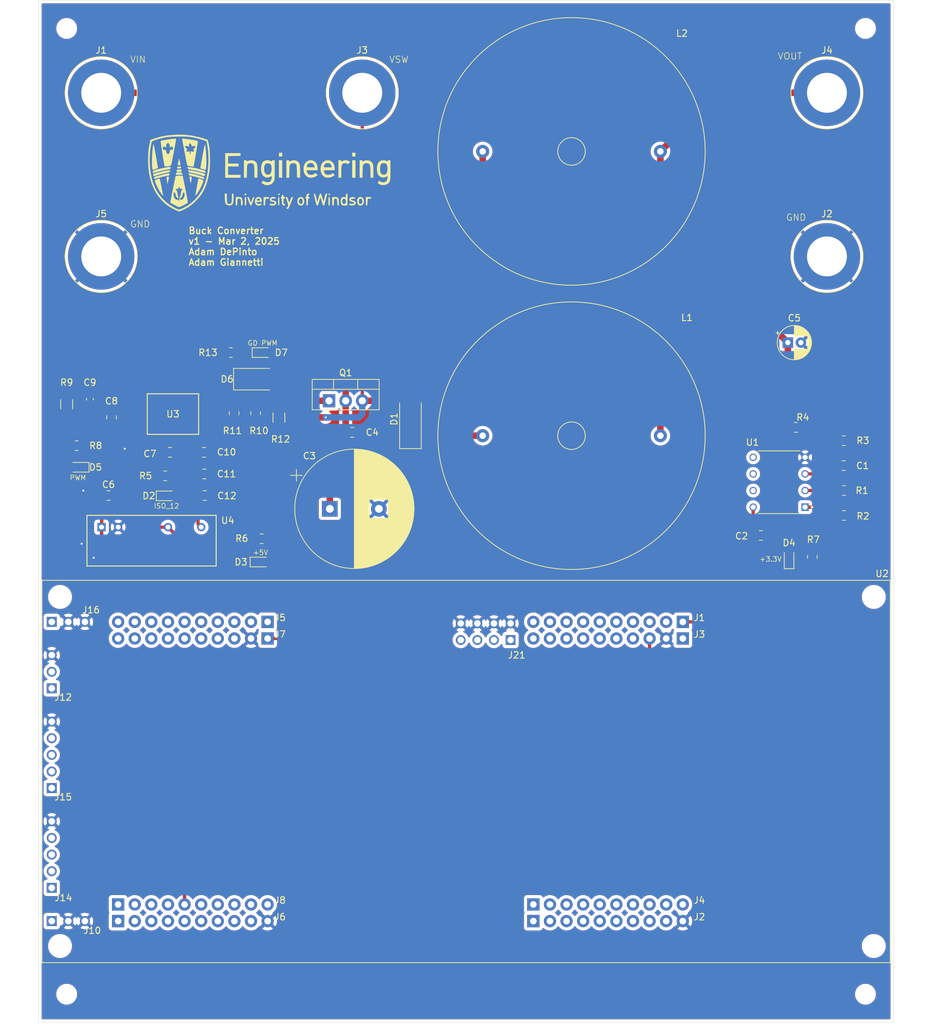
<source format=kicad_pcb>
(kicad_pcb (version 20240108) (generator "pcbnew") (generator_version "8.0")
  (title_block (title "Buck Converter") (date "2025-02-24") (rev "v0") (company "Adam DePinto & Adam Giannetti"))
  (layers (0 "F.Cu" signal) (31 "B.Cu" signal) (34 "B.Paste" user) (35 "F.Paste" user) (36 "B.SilkS" user "B.Silkscreen") (37 "F.SilkS" user "F.Silkscreen") (38 "B.Mask" user) (39 "F.Mask" user) (44 "Edge.Cuts" user))
  (net 0 "")
  (net 4 "GND")
  (net 5 "Net-(U1A-+)")
  (net 6 "+3.3V")
  (net 7 "Net-(U1A--)")
  (net 8 "/VFILT")
  (net 9 "/VOUT")
  (net 21 "/PowerStage/VIN")
  (net 26 "+5V")
  (net 27 "/GD/ISO_12")
  (net 28 "/GD/PWM_FILT")
  (net 30 "/VSW")
  (net 36 "Net-(D2-K)")
  (net 41 "Net-(D3-K)")
  (net 48 "Net-(D4-K)")
  (net 51 "Net-(D5-K)")
  (net 55 "/PWM")
  (net 58 "/VG")
  (net 61 "Net-(D6-K)")
  (net 77 "Net-(D7-K)")
  (net 86 "/GD/GD_PWM")
  (net 112 "Net-(L1-Pad2)")
  (footprint "LED_SMD:LED_0603_1608Metric_Pad1.05x0.95mm_HandSolder" (layer "F.Cu") (at 54.864 118.11)
    (property "Reference" "D3")
    (property "Value" "LTST-C190GKT")
  )
  (footprint "UWINDSOR_LOGO:UWINDSOR_LOGO" (layer "F.Cu") (at 57.160025 59.517014)
    (property "Reference" "G***" (hide yes))
    (property "Value" "LOGO" (hide yes))
  )
  (footprint "Capacitor_SMD:C_0805_2012Metric_Pad1.18x1.45mm_HandSolder" (layer "F.Cu") (at 46.19 104.648)
    (property "Reference" "C11")
    (property "Value" "220n")
  )
  (footprint "Diode_SMD:D_SMA" (layer "F.Cu") (at 54.1852 90.17)
    (property "Reference" "D6")
    (property "Value" "US2AA")
  )
  (footprint "Capacitor_SMD:C_0805_2012Metric_Pad1.18x1.45mm_HandSolder" (layer "F.Cu") (at 32.004 96.012 90)
    (property "Reference" "C8")
    (property "Value" "1u")
  )
  (footprint "Resistor_SMD:R_0805_2012Metric_Pad1.20x1.40mm_HandSolder" (layer "F.Cu") (at 40.22 104.942)
    (property "Reference" "R5")
    (property "Value" "1k")
  )
  (footprint "Connector:Banana_Jack_1Pin" (layer "F.Cu") (at 70.358 46.412)
    (property "Reference" "J3")
    (property "Value" "Conn_01x01_Pin")
  )
  (footprint "Resistor_SMD:R_0805_2012Metric_Pad1.20x1.40mm_HandSolder" (layer "F.Cu") (at 50.2572 86.106 180)
    (property "Reference" "R13")
    (property "Value" "1k")
  )
  (footprint "Resistor_SMD:R_1206_3216Metric_Pad1.30x1.75mm_HandSolder" (layer "F.Cu") (at 57.6072 96.038 90)
    (property "Reference" "R12")
    (property "Value" "50")
  )
  (footprint "Capacitor_THT:CP_Radial_D5.0mm_P2.00mm" (layer "F.Cu") (at 135.442888 84.582)
    (property "Reference" "C5")
    (property "Value" "3.3u")
  )
  (footprint "Resistor_SMD:R_0805_2012Metric_Pad1.20x1.40mm_HandSolder" (layer "F.Cu") (at 54.0512 95.37 90)
    (property "Reference" "R10")
    (property "Value" "7.5")
  )
  (footprint "LED_SMD:LED_0603_1608Metric_Pad1.05x0.95mm_HandSolder" (layer "F.Cu") (at 40.5125 107.998)
    (property "Reference" "D2")
    (property "Value" "LTST-C190GKT")
  )
  (footprint "Inductor_THT:L_Radial_D40.6mm_P27.18mm_Vishay_IHB-4" (layer "F.Cu") (at 88.772 98.806)
    (property "Reference" "L1")
    (property "Value" "12m")
  )
  (footprint "Resistor_SMD:R_0805_2012Metric_Pad1.20x1.40mm_HandSolder" (layer "F.Cu") (at 136.668 97.536 180)
    (property "Reference" "R4")
    (property "Value" "40k")
  )
  (footprint "MountingHole:MountingHole_2.7mm_M2.5" (layer "F.Cu") (at 25.146 36.576)
    (property "Reference" "REF**" (hide yes))
    (property "Value" "MountingHole_2.7mm_M2.5")
  )
  (footprint "LED_SMD:LED_0603_1608Metric_Pad1.05x0.95mm_HandSolder" (layer "F.Cu") (at 55.1802 86.106)
    (property "Reference" "D7")
    (property "Value" "LTST-C190GKT")
  )
  (footprint "Resistor_SMD:R_0805_2012Metric_Pad1.20x1.40mm_HandSolder" (layer "F.Cu") (at 50.7492 95.37 90)
    (property "Reference" "R11")
    (property "Value" "12")
  )
  (footprint "LAUNCHXL_F28379D:MOD_LAUNCHXL-F28379D" (layer "F.Cu") (at 86.233 150.114 180)
    (property "Reference" "U2")
    (property "Value" "LAUNCHXL-F28379D")
  )
  (footprint "Capacitor_SMD:C_0603_1608Metric_Pad1.08x0.95mm_HandSolder" (layer "F.Cu") (at 28.702 93.218 -90)
    (property "Reference" "C9")
    (property "Value" "33pF")
  )
  (footprint "Inductor_THT:L_Radial_D40.6mm_P27.18mm_Vishay_IHB-4" (layer "F.Cu") (at 88.772 55.372)
    (property "Reference" "L2")
    (property "Value" "12m")
  )
  (footprint "Capacitor_SMD:C_0805_2012Metric_Pad1.18x1.45mm_HandSolder" (layer "F.Cu") (at 46.17 101.346)
    (property "Reference" "C10")
    (property "Value" "10u")
  )
  (footprint "LED_SMD:LED_0603_1608Metric_Pad1.05x0.95mm_HandSolder" (layer "F.Cu") (at 26.908 103.632 180)
    (property "Reference" "D5")
    (property "Value" "LTST-C190GKT")
  )
  (footprint "Resistor_SMD:R_0805_2012Metric_Pad1.20x1.40mm_HandSolder" (layer "F.Cu") (at 144.018 110.998 180)
    (property "Reference" "R2")
    (property "Value" "2k")
  )
  (footprint "Capacitor_SMD:C_0805_2012Metric_Pad1.18x1.45mm_HandSolder" (layer "F.Cu") (at 40.964 101.346 180)
    (property "Reference" "C7")
    (property "Value" "1u")
  )
  (footprint "MountingHole:MountingHole_2.7mm_M2.5" (layer "F.Cu") (at 147.32 36.576)
    (property "Reference" "REF**" (hide yes))
    (property "Value" "MountingHole_2.7mm_M2.5")
  )
  (footprint "Capacitor_SMD:C_0805_2012Metric_Pad1.18x1.45mm_HandSolder" (layer "F.Cu") (at 68.834 98.298)
    (property "Reference" "C4")
    (property "Value" "1u")
  )
  (footprint "MountingHole:MountingHole_2.7mm_M2.5" (layer "F.Cu") (at 25.146 184.15)
    (property "Reference" "REF**" (hide yes))
    (property "Value" "MountingHole_2.7mm_M2.5")
  )
  (footprint "Resistor_SMD:R_0805_2012Metric_Pad1.20x1.40mm_HandSolder" (layer "F.Cu") (at 144.018 107.188 180)
    (property "Reference" "R1")
    (property "Value" "40k")
  )
  (footprint "MountingHole:MountingHole_2.7mm_M2.5" (layer "F.Cu") (at 147.32 184.15)
    (property "Reference" "REF**" (hide yes))
    (property "Value" "MountingHole_2.7mm_M2.5")
  )
  (footprint "LM358AP:DIP794W45P254L959H508Q8" (layer "F.Cu") (at 134.112 105.918 180)
    (property "Reference" "U1")
    (property "Value" "LM358AP")
  )
  (footprint "Capacitor_SMD:C_0805_2012Metric_Pad1.18x1.45mm_HandSolder" (layer "F.Cu") (at 46.2765 107.95)
    (property "Reference" "C12")
    (property "Value" "10u")
  )
  (footprint "Package_TO_SOT_THT:TO-220-3_Vertical" (layer "F.Cu") (at 65.278 93.472)
    (property "Reference" "Q1")
    (property "Value" "IRF540N")
  )
  (footprint "Resistor_SMD:R_0805_2012Metric_Pad1.20x1.40mm_HandSolder" (layer "F.Cu") (at 144.002 99.568 180)
    (property "Reference" "R3")
    (property "Value" "2k")
  )
  (footprint "Resistor_SMD:R_1206_3216Metric_Pad1.30x1.75mm_HandSolder" (layer "F.Cu") (at 25.146 94.006 90)
    (property "Reference" "R9")
    (property "Value" "51")
  )
  (footprint "Resistor_SMD:R_0805_2012Metric_Pad1.20x1.40mm_HandSolder" (layer "F.Cu") (at 139.192 117.332 90)
    (property "Reference" "R7")
    (property "Value" "120")
  )
  (footprint "Diode_SMD:D_SMA_Handsoldering" (layer "F.Cu") (at 77.724 96.266 90)
    (property "Reference" "D1")
    (property "Value" "SS310")
  )
  (footprint "TMV_0512SHI:TMV-HI_SINGLE_TRP" (layer "F.Cu") (at 30.48 112.776)
    (property "Reference" "U4")
    (property "Value" "TMV 0512SHI")
  )
  (footprint "Connector:Banana_Jack_1Pin" (layer "F.Cu") (at 141.428 46.412)
    (property "Reference" "J4")
    (property "Value" "Conn_01x01_Pin")
  )
  (footprint "Connector:Banana_Jack_1Pin" (layer "F.Cu") (at 30.428 46.412)
    (property "Reference" "J1")
    (property "Value" "Conn_01x01_Pin")
  )
  (footprint "Capacitor_SMD:C_0805_2012Metric_Pad1.18x1.45mm_HandSolder" (layer "F.Cu") (at 31.5445 107.95)
    (property "Reference" "C6")
    (property "Value" "1u")
  )
  (footprint "UWINDSOR_LOGO" (layer "F.Cu") (at 92.71 122.428)
    (property "Reference" "REF**" (hide yes))
    (property "Value" "UWINDSOR_LOGO")
  )
  (footprint "Connector:Banana_Jack_1Pin" (layer "F.Cu") (at 30.428 71.412)
    (property "Reference" "J5")
    (property "Value" "Conn_01x01_Pin")
  )
  (footprint "Resistor_SMD:R_0805_2012Metric_Pad1.20x1.40mm_HandSolder" (layer "F.Cu") (at 26.67 100.33 180)
    (property "Reference" "R8")
    (property "Value" "120")
  )
  (footprint "LED_SMD:LED_0603_1608Metric_Pad1.05x0.95mm_HandSolder" (layer "F.Cu") (at 135.636 117.47 90)
    (property "Reference" "D4")
    (property "Value" "LTST-C190GKT")
  )
  (footprint "Capacitor_THT:CP_Radial_D18.0mm_P7.50mm" (layer "F.Cu") (at 65.398 109.982)
    (property "Reference" "C3")
    (property "Value" "470u")
  )
  (footprint "Resistor_SMD:R_0805_2012Metric_Pad1.20x1.40mm_HandSolder" (layer "F.Cu") (at 54.977 114.554)
    (property "Reference" "R6")
    (property "Value" "300")
  )
  (footprint "Connector:Banana_Jack_1Pin" (layer "F.Cu") (at 141.428 71.412)
    (property "Reference" "J2")
    (property "Value" "Conn_01x01_Pin")
  )
  (footprint "Capacitor_SMD:C_0805_2012Metric_Pad1.18x1.45mm_HandSolder" (layer "F.Cu") (at 143.9965 103.378)
    (property "Reference" "C1")
    (property "Value" "1.2u")
  )
  (footprint "Capacitor_SMD:C_0805_2012Metric_Pad1.18x1.45mm_HandSolder" (layer "F.Cu") (at 131.2965 114.046)
    (property "Reference" "C2")
    (property "Value" "1u")
  )
  (footprint "UCC5304DWVR:SOIC8_DWV_TEX" (layer "F.Cu") (at 41.402 95.504)
    (property "Reference" "U3")
    (property "Value" "UCC5304DWVR")
  )
  (gr_rect (start 20.828 32.258) (end 151.638 188.468) (stroke (width 0.05)) (fill none) (layer "Edge.Cuts"))
  (gr_text "+3.3V" (at 131.064 118.11 0) (layer "F.SilkS") (effects (font (size 0.75 0.75) (thickness 0.1)) (justify left bottom)))
  (gr_text "+5V\n" (at 53.594 117.094 0) (layer "F.SilkS") (effects (font (size 0.75 0.75) (thickness 0.1)) (justify left bottom)))
  (gr_text "VOUT" (at 133.858 41.402 0) (layer "F.SilkS") (effects (font (size 1 1) (thickness 0.1)) (justify left bottom)))
  (gr_text "VIN" (at 34.798 41.91 0) (layer "F.SilkS") (effects (font (size 1 1) (thickness 0.1)) (justify left bottom)))
  (gr_text "Buck Converter\nv1 - Mar 2, 2025\nAdam DePinto\nAdam Giannetti" (at 43.688 72.898 0) (layer "F.SilkS") (effects (font (size 1 1) (thickness 0.1875)) (justify left bottom)))
  (gr_text "PWM" (at 25.568 105.664 0) (layer "F.SilkS") (effects (font (size 0.75 0.75) (thickness 0.1)) (justify left bottom)))
  (gr_text "GND" (at 135.128 66.04 0) (layer "F.SilkS") (effects (font (size 1 1) (thickness 0.1)) (justify left bottom)))
  (gr_text "GD PWM" (at 52.7812 85.09 0) (layer "F.SilkS") (effects (font (size 0.75 0.75) (thickness 0.1)) (justify left bottom)))
  (gr_text "GND\n" (at 34.798 67.056 0) (layer "F.SilkS") (effects (font (size 1 1) (thickness 0.1)) (justify left bottom)))
  (gr_text "ISO_12\n" (at 38.424 109.982 0) (layer "F.SilkS") (effects (font (size 0.75 0.75) (thickness 0.1)) (justify left bottom)))
  (gr_text "VSW" (at 74.422 41.91 0) (layer "F.SilkS") (effects (font (size 1 1) (thickness 0.1)) (justify left bottom)))
  (via (at 29.28 117.452) (size 0.6) (drill 0.3) (layers "F.Cu" "B.Cu") (net 4))
  (via (at 27.686 107.188) (size 0.6) (drill 0.3) (layers "F.Cu" "B.Cu") (net 4))
  (via (at 27.432 115.316) (size 0.6) (drill 0.3) (layers "F.Cu" "B.Cu") (net 4))
  (via (at 34.036 100.79) (size 0.6) (drill 0.3) (layers "F.Cu" "B.Cu") (net 4))
  (segment (start 137.668 97.79) (end 139.446 99.568) (width 0.5) (layer "F.Cu") (net 5))
  (segment (start 140.208 104.648) (end 138.082 104.648) (width 0.5) (layer "F.Cu") (net 5))
  (segment (start 139.446 99.568) (end 143.002 99.568) (width 0.5) (layer "F.Cu") (net 5))
  (segment (start 141.478 103.378) (end 140.208 104.648) (width 0.5) (layer "F.Cu") (net 5))
  (segment (start 143.002 99.568) (end 143.002 103.335) (width 0.5) (layer "F.Cu") (net 5))
  (segment (start 142.959 103.378) (end 141.478 103.378) (width 0.5) (layer "F.Cu") (net 5))
  (segment (start 137.668 97.536) (end 137.668 97.79) (width 0.5) (layer "F.Cu") (net 5))
  (segment (start 143.002 103.335) (end 142.959 103.378) (width 0.5) (layer "F.Cu") (net 5))
  (segment (start 130.259 115.273) (end 130.259 114.046) (width 0.5) (layer "F.Cu") (net 6))
  (segment (start 123.19 127.254) (end 125.984 124.46) (width 0.5) (layer "F.Cu") (net 6))
  (segment (start 125.984 115.824) (end 127.762 114.046) (width 0.5) (layer "F.Cu") (net 6))
  (segment (start 135.636 116.595) (end 131.581 116.595) (width 0.5) (layer "F.Cu") (net 6))
  (segment (start 125.984 124.46) (end 125.984 115.824) (width 0.5) (layer "F.Cu") (net 6))
  (segment (start 131.581 116.595) (end 130.259 115.273) (width 0.5) (layer "F.Cu") (net 6))
  (segment (start 127.762 114.046) (end 130.259 114.046) (width 0.5) (layer "F.Cu") (net 6))
  (segment (start 130.142 113.929) (end 130.259 114.046) (width 0.5) (layer "F.Cu") (net 6))
  (segment (start 130.142 109.728) (end 130.142 113.929) (width 0.5) (layer "F.Cu") (net 6))
  (segment (start 119.38 127.254) (end 123.19 127.254) (width 0.5) (layer "F.Cu") (net 6))
  (segment (start 143.018 107.188) (end 143.018 107.966) (width 0.5) (layer "F.Cu") (net 7))
  (segment (start 145.018 109.966) (end 145.018 110.998) (width 0.5) (layer "F.Cu") (net 7))
  (segment (start 143.018 107.188) (end 138.082 107.188) (width 0.5) (layer "F.Cu") (net 7))
  (segment (start 143.018 107.966) (end 145.018 109.966) (width 0.5) (layer "F.Cu") (net 7))
  (segment (start 143.018 118.856) (end 129.54 132.334) (width 0.5) (layer "F.Cu") (net 8))
  (segment (start 114.554 132.334) (end 114.3 132.08) (width 0.5) (layer "F.Cu") (net 8))
  (segment (start 143.018 110.998) (end 143.018 118.856) (width 0.5) (layer "F.Cu") (net 8))
  (segment (start 138.082 109.728) (end 139.954 109.728) (width 0.5) (layer "F.Cu") (net 8))
  (segment (start 129.54 132.334) (end 114.554 132.334) (width 0.5) (layer "F.Cu") (net 8))
  (segment (start 141.224 110.998) (end 143.018 110.998) (width 0.5) (layer "F.Cu") (net 8))
  (segment (start 139.954 109.728) (end 141.224 110.998) (width 0.5) (layer "F.Cu") (net 8))
  (segment (start 114.3 132.08) (end 114.3 129.794) (width 0.5) (layer "F.Cu") (net 8))
  (segment (start 115.952 55.372) (end 124.912 46.412) (width 1) (layer "F.Cu") (net 9))
  (segment (start 124.912 46.412) (end 141.428 46.412) (width 1) (layer "F.Cu") (net 9))
  (segment (start 115.952 55.372) (end 115.952 65.091112) (width 1) (layer "F.Cu") (net 9))
  (segment (start 135.442888 97.310888) (end 135.668 97.536) (width 1) (layer "F.Cu") (net 9))
  (segment (start 135.442888 84.582) (end 135.442888 97.310888) (width 1) (layer "F.Cu") (net 9))
  (segment (start 115.952 65.091112) (end 135.442888 84.582) (width 1) (layer "F.Cu") (net 9))
  (segment (start 65.398 105.29) (end 65.398 109.982) (width 1) (layer "F.Cu") (net 21))
  (segment (start 67.818 93.472) (end 67.818 98.2765) (width 1) (layer "F.Cu") (net 21))
  (segment (start 67.818 70.358) (end 43.872 46.412) (width 1) (layer "F.Cu") (net 21))
  (segment (start 43.872 46.412) (end 30.428 46.412) (width 1) (layer "F.Cu") (net 21))
  (segment (start 67.7965 102.8915) (end 65.398 105.29) (width 1) (layer "F.Cu") (net 21))
  (segment (start 67.818 98.2765) (end 67.7965 98.298) (width 1) (layer "F.Cu") (net 21))
  (segment (start 67.7965 98.298) (end 67.7965 102.8915) (width 1) (layer "F.Cu") (net 21))
  (segment (start 67.818 93.472) (end 67.818 70.358) (width 1) (layer "F.Cu") (net 21))
  (segment (start 60.198 126.365) (end 60.198 128.524) (width 0.5) (layer "F.Cu") (net 26))
  (segment (start 30.507 103.351) (end 30.507 107.95) (width 0.5) (layer "F.Cu") (net 26))
  (segment (start 30.507 112.749) (end 30.48 112.776) (width 0.5) (layer "F.Cu") (net 26))
  (segment (start 31.8175 97.307) (end 31.72 97.4045) (width 0.2) (layer "F.Cu") (net 26))
  (segment (start 36.0172 96.139) (end 36.0172 94.869) (width 0.5) (layer "F.Cu") (net 26))
  (segment (start 55.739 121.906) (end 60.198 126.365) (width 0.5) (layer "F.Cu") (net 26))
  (segment (start 32.004 97.0495) (end 32.004 101.854) (width 0.5) (layer "F.Cu") (net 26))
  (segment (start 58.928 129.794) (end 55.88 129.794) (width 0.5) (layer "F.Cu") (net 26))
  (segment (start 38.475 121.906) (end 55.739 121.906) (width 0.5) (layer "F.Cu") (net 26))
  (segment (start 60.198 128.524) (end 58.928 129.794) (width 0.5) (layer "F.Cu") (net 26))
  (segment (start 30.48 112.776) (end 30.48 113.911) (width 0.5) (layer "F.Cu") (net 26))
  (segment (start 32.004 97.0495) (end 33.5065 97.0495) (width 0.5) (layer "F.Cu") (net 26))
  (segment (start 30.48 113.911) (end 38.475 121.906) (width 0.5) (layer "F.Cu") (net 26))
  (segment (start 33.5065 97.0495) (end 34.417 96.139) (width 0.5) (layer "F.Cu") (net 26))
  (segment (start 32.004 101.854) (end 30.507 103.351) (width 0.5) (layer "F.Cu") (net 26))
  (segment (start 34.417 96.139) (end 36.0172 96.139) (width 0.5) (layer "F.Cu") (net 26))
  (segment (start 55.739 118.11) (end 55.739 121.906) (width 0.5) (layer "F.Cu") (net 26))
  (segment (start 30.507 107.95) (end 30.507 112.749) (width 0.5) (layer "F.Cu") (net 26))
  (segment (start 42.0015 101.346) (end 45.1325 101.346) (width 1) (layer "F.Cu") (net 27))
  (segment (start 42.0015 96.524) (end 44.9359 93.5896) (width 1) (layer "F.Cu") (net 27))
  (segment (start 45.191 107.998) (end 45.239 107.95) (width 0.5) (layer "F.Cu") (net 27))
  (segment (start 45.239 112.295) (end 45.72 112.776) (width 0.5) (layer "F.Cu") (net 27))
  (segment (start 45.239 104.7345) (end 45.1525 104.648) (width 0.5) (layer "F.Cu") (net 27))
  (segment (start 45.1525 104.648) (end 45.1525 101.366) (width 0.5) (layer "F.Cu") (net 27))
  (segment (start 45.239 107.95) (end 45.239 112.295) (width 0.5) (layer "F.Cu") (net 27))
  (segment (start 45.239 107.95) (end 45.239 104.7345) (width 0.5) (layer "F.Cu") (net 27))
  (segment (start 41.3875 107.998) (end 45.191 107.998) (width 0.5) (layer "F.Cu") (net 27))
  (segment (start 42.0015 101.346) (end 42.0015 96.524) (width 1) (layer "F.Cu") (net 27))
  (segment (start 44.9359 93.5896) (end 46.7868 93.5896) (width 1) (layer "F.Cu") (net 27))
  (segment (start 45.1525 101.366) (end 45.1325 101.346) (width 0.5) (layer "F.Cu") (net 27))
  (segment (start 28.702 92.3555) (end 33.1735 92.3555) (width 0.5) (layer "F.Cu") (net 28))
  (segment (start 33.1735 92.3555) (end 34.417 93.599) (width 0.5) (layer "F.Cu") (net 28))
  (segment (start 25.2465 92.3555) (end 25.146 92.456) (width 0.5) (layer "F.Cu") (net 28))
  (segment (start 34.417 93.599) (end 36.0172 93.599) (width 0.5) (layer "F.Cu") (net 28))
  (segment (start 28.702 92.3555) (end 25.2465 92.3555) (width 0.5) (layer "F.Cu") (net 28))
  (segment (start 48.514 107.95) (end 49.53 108.966) (width 0.5) (layer "F.Cu") (net 30))
  (segment (start 47.2275 107.8635) (end 47.314 107.95) (width 0.5) (layer "F.Cu") (net 30))
  (segment (start 49.53 113.538) (end 46.99 116.078) (width 0.5) (layer "F.Cu") (net 30))
  (segment (start 74.676 94.488) (end 73.66 93.472) (width 1) (layer "F.Cu") (net 30))
  (segment (start 47.2275 104.648) (end 47.2275 101.366) (width 0.5) (layer "F.Cu") (net 30))
  (segment (start 46.7868 97.409) (end 46.7868 96.1484) (width 1) (layer "F.Cu") (net 30))
  (segment (start 47.314 107.95) (end 48.514 107.95) (width 0.5) (layer "F.Cu") (net 30))
  (segment (start 39.9265 102.4105) (end 41.22 103.704) (width 0.5) (layer "F.Cu") (net 30))
  (segment (start 38.1 112.776) (end 40.64 112.776) (width 0.5) (layer "F.Cu") (net 30))
  (segment (start 60.654 97.588) (end 57.6072 97.588) (width 1) (layer "F.Cu") (net 30))
  (segment (start 47.2275 101.366) (end 47.2075 101.346) (width 0.5) (layer "F.Cu") (net 30))
  (segment (start 70.358 46.412) (end 70.358 93.472) (width 0.5) (layer "F.Cu") (net 30))
  (segment (start 57.6072 97.588) (end 57.6072 99.3648) (width 1) (layer "F.Cu") (net 30))
  (segment (start 39.9265 90.3755) (end 44.196 86.106) (width 0.5) (layer "F.Cu") (net 30))
  (segment (start 47.2075 101.346) (end 46.99 101.1285) (width 1) (layer "F.Cu") (net 30))
  (segment (start 88.772 98.806) (end 77.764 98.806) (width 1) (layer "F.Cu") (net 30))
  (segment (start 41.22 103.704) (end 41.22 104.942) (width 0.5) (layer "F.Cu") (net 30))
  (segment (start 39.9265 101.346) (end 39.9265 90.3755) (width 0.5) (layer "F.Cu") (net 30))
  (segment (start 37.084 101.346) (end 35.306 103.124) (width 0.5) (layer "F.Cu") (net 30))
  (segment (start 46.99 101.1285) (end 46.99 97.6122) (width 1) (layer "F.Cu") (net 30))
  (segment (start 77.764 98.806) (end 77.724 98.766) (width 1) (layer "F.Cu") (net 30))
  (segment (start 39.9265 101.346) (end 37.084 101.346) (width 0.5) (layer "F.Cu") (net 30))
  (segment (start 44.196 86.106) (end 49.2572 86.106) (width 0.5) (layer "F.Cu") (net 30))
  (segment (start 46.99 97.6122) (end 46.7868 97.409) (width 1) (layer "F.Cu") (net 30))
  (segment (start 76.16 98.766) (end 74.676 97.282) (width 1) (layer "F.Cu") (net 30))
  (segment (start 77.724 98.766) (end 76.16 98.766) (width 1) (layer "F.Cu") (net 30))
  (segment (start 35.306 109.982) (end 38.1 112.776) (width 0.5) (layer "F.Cu") (net 30))
  (segment (start 73.66 93.472) (end 70.358 93.472) (width 1) (layer "F.Cu") (net 30))
  (segment (start 46.99 116.078) (end 43.942 116.078) (width 0.5) (layer "F.Cu") (net 30))
  (segment (start 74.676 97.282) (end 74.676 94.488) (width 1) (layer "F.Cu") (net 30))
  (segment (start 62.23 96.012) (end 60.654 97.588) (width 1) (layer "F.Cu") (net 30))
  (segment (start 64.77 96.012) (end 62.23 96.012) (width 1) (layer "F.Cu") (net 30))
  (segment (start 35.306 103.124) (end 35.306 109.982) (width 0.5) (layer "F.Cu") (net 30))
  (segment (start 39.9265 101.346) (end 39.9265 102.4105) (width 0.5) (layer "F.Cu") (net 30))
  (segment (start 57.6072 99.3648) (end 55.626 101.346) (width 1) (layer "F.Cu") (net 30))
  (segment (start 55.626 101.346) (end 47.2075 101.346) (width 1) (layer "F.Cu") (net 30))
  (segment (start 43.942 116.078) (end 40.64 112.776) (width 0.5) (layer "F.Cu") (net 30))
  (segment (start 49.53 108.966) (end 49.53 113.538) (width 0.5) (layer "F.Cu") (net 30))
  (segment (start 47.2275 104.648) (end 47.2275 107.8635) (width 0.5) (layer "F.Cu") (net 30))
  (via (at 64.77 96.012) (size 0.6) (drill 0.3) (layers "F.Cu" "B.Cu") (net 30))
  (segment (start 70.358 95.472) (end 69.818 96.012) (width 1) (layer "B.Cu") (net 30))
  (segment (start 69.818 96.012) (end 64.77 96.012) (width 1) (layer "B.Cu") (net 30))
  (segment (start 70.358 93.472) (end 70.358 95.472) (width 1) (layer "B.Cu") (net 30))
  (segment (start 39.37 105.092) (end 39.22 104.942) (width 0.5) (layer "F.Cu") (net 36))
  (segment (start 39.37 107.7305) (end 39.37 105.092) (width 0.5) (layer "F.Cu") (net 36))
  (segment (start 39.6375 107.998) (end 39.37 107.7305) (width 0.5) (layer "F.Cu") (net 36))
  (segment (start 53.977 114.554) (end 53.977 118.098) (width 0.5) (layer "F.Cu") (net 41))
  (segment (start 53.977 118.098) (end 53.989 118.11) (width 0.5) (layer "F.Cu") (net 41))
  (segment (start 139.179 118.345) (end 139.192 118.332) (width 0.5) (layer "F.Cu") (net 48))
  (segment (start 135.636 118.345) (end 139.179 118.345) (width 0.5) (layer "F.Cu") (net 48))
  (segment (start 27.67 103.519) (end 27.783 103.632) (width 0.5) (layer "F.Cu") (net 51))
  (segment (start 27.67 100.33) (end 27.67 103.519) (width 0.5) (layer "F.Cu") (net 51))
  (segment (start 25.908 103.757) (end 26.033 103.632) (width 0.5) (layer "F.Cu") (net 55))
  (segment (start 43.18 170.434) (end 43.18 163.068) (width 0.5) (layer "F.Cu") (net 55))
  (segment (start 23.368 97.334) (end 23.368 100.967) (width 0.5) (layer "F.Cu") (net 55))
  (segment (start 25.146 95.556) (end 23.368 97.334) (width 0.5) (layer "F.Cu") (net 55))
  (segment (start 25.908 119.888) (end 25.908 103.757) (width 0.5) (layer "F.Cu") (net 55))
  (segment (start 43.18 163.068) (end 30.48 150.368) (width 0.5) (layer "F.Cu") (net 55))
  (segment (start 30.48 124.46) (end 25.908 119.888) (width 0.5) (layer "F.Cu") (net 55))
  (segment (start 23.368 100.967) (end 26.033 103.632) (width 0.5) (layer "F.Cu") (net 55))
  (segment (start 30.48 150.368) (end 30.48 124.46) (width 0.5) (layer "F.Cu") (net 55))
  (segment (start 57.6072 94.488) (end 60.706 94.488) (width 1) (layer "F.Cu") (net 58))
  (segment (start 54.0512 94.37) (end 57.4892 94.37) (width 1) (layer "F.Cu") (net 58))
  (segment (start 57.6072 94.488) (end 57.6072 93.4212) (width 1) (layer "F.Cu") (net 58))
  (segment (start 56.0552 86.106) (end 56.0552 90.04) (width 0.5) (layer "F.Cu") (net 58))
  (segment (start 57.4892 94.37) (end 57.6072 94.488) (width 1) (layer "F.Cu") (net 58))
  (segment (start 60.706 94.488) (end 61.722 93.472) (width 1) (layer "F.Cu") (net 58))
  (segment (start 57.6072 93.4212) (end 56.1852 91.9992) (width 1) (layer "F.Cu") (net 58))
  (segment (start 56.0552 90.04) (end 56.1852 90.17) (width 0.5) (layer "F.Cu") (net 58))
  (segment (start 61.722 93.472) (end 65.278 93.472) (width 1) (layer "F.Cu") (net 58))
  (segment (start 56.1852 91.9992) (end 56.1852 90.17) (width 1) (layer "F.Cu") (net 58))
  (segment (start 52.1852 92.934) (end 52.1852 90.17) (width 1) (layer "F.Cu") (net 61))
  (segment (start 50.7492 94.37) (end 52.1852 92.934) (width 1) (layer "F.Cu") (net 61))
  (segment (start 51.2572 86.106) (end 54.3052 86.106) (width 0.5) (layer "F.Cu") (net 77))
  (segment (start 49.634 96.37) (end 50.7492 96.37) (width 1) (layer "F.Cu") (net 86))
  (segment (start 46.7868 94.869) (end 48.133 94.869) (width 1) (layer "F.Cu") (net 86))
  (segment (start 48.133 94.869) (end 49.634 96.37) (width 1) (layer "F.Cu") (net 86))
  (segment (start 50.7492 96.37) (end 54.0512 96.37) (width 1) (layer "F.Cu") (net 86))
  (segment (start 115.952 98.806) (end 115.952 90.552) (width 1) (layer "F.Cu") (net 112))
  (segment (start 115.952 90.552) (end 88.772 63.372) (width 1) (layer "F.Cu") (net 112))
  (segment (start 88.772 63.372) (end 88.772 55.372) (width 1) (layer "F.Cu") (net 112))
  (zone (net 4) (net_name "GND") (layers "F&B.Cu") (priority 1) (connect_pads (clearance 0.5)) (min_thickness 0.25) (fill yes (thermal_gap 0.5) (thermal_bridge_width 0.5) (island_removal_mode 1) (island_area_min 10))
    (polygon (pts (xy 20.828 32.258) (xy 151.638 32.258) (xy 151.638 188.468) (xy 20.828 188.468)))
  )
)
</source>
